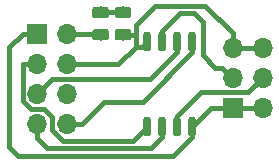
<source format=gbr>
G04 #@! TF.GenerationSoftware,KiCad,Pcbnew,5.1.2-1.fc30*
G04 #@! TF.CreationDate,2019-06-06T23:18:04+03:00*
G04 #@! TF.ProjectId,kicad_spi_nor_opi,6b696361-645f-4737-9069-5f6e6f725f6f,rev?*
G04 #@! TF.SameCoordinates,Original*
G04 #@! TF.FileFunction,Copper,L1,Top*
G04 #@! TF.FilePolarity,Positive*
%FSLAX46Y46*%
G04 Gerber Fmt 4.6, Leading zero omitted, Abs format (unit mm)*
G04 Created by KiCad (PCBNEW 5.1.2-1.fc30) date 2019-06-06 23:18:04*
%MOMM*%
%LPD*%
G04 APERTURE LIST*
%ADD10O,1.700000X1.700000*%
%ADD11R,1.700000X1.700000*%
%ADD12C,0.100000*%
%ADD13C,0.975000*%
%ADD14C,0.600000*%
%ADD15C,0.400000*%
G04 APERTURE END LIST*
D10*
X99060000Y-109220000D03*
X96520000Y-109220000D03*
X99060000Y-111760000D03*
X96520000Y-111760000D03*
X99060000Y-114300000D03*
D11*
X96520000Y-114300000D03*
D10*
X82534760Y-115676680D03*
X79994760Y-115676680D03*
X82534760Y-113136680D03*
X79994760Y-113136680D03*
X82534760Y-110596680D03*
X79994760Y-110596680D03*
X82534760Y-108056680D03*
D11*
X79994760Y-108056680D03*
D12*
G36*
X87729142Y-105764174D02*
G01*
X87752803Y-105767684D01*
X87776007Y-105773496D01*
X87798529Y-105781554D01*
X87820153Y-105791782D01*
X87840670Y-105804079D01*
X87859883Y-105818329D01*
X87877607Y-105834393D01*
X87893671Y-105852117D01*
X87907921Y-105871330D01*
X87920218Y-105891847D01*
X87930446Y-105913471D01*
X87938504Y-105935993D01*
X87944316Y-105959197D01*
X87947826Y-105982858D01*
X87949000Y-106006750D01*
X87949000Y-106494250D01*
X87947826Y-106518142D01*
X87944316Y-106541803D01*
X87938504Y-106565007D01*
X87930446Y-106587529D01*
X87920218Y-106609153D01*
X87907921Y-106629670D01*
X87893671Y-106648883D01*
X87877607Y-106666607D01*
X87859883Y-106682671D01*
X87840670Y-106696921D01*
X87820153Y-106709218D01*
X87798529Y-106719446D01*
X87776007Y-106727504D01*
X87752803Y-106733316D01*
X87729142Y-106736826D01*
X87705250Y-106738000D01*
X86792750Y-106738000D01*
X86768858Y-106736826D01*
X86745197Y-106733316D01*
X86721993Y-106727504D01*
X86699471Y-106719446D01*
X86677847Y-106709218D01*
X86657330Y-106696921D01*
X86638117Y-106682671D01*
X86620393Y-106666607D01*
X86604329Y-106648883D01*
X86590079Y-106629670D01*
X86577782Y-106609153D01*
X86567554Y-106587529D01*
X86559496Y-106565007D01*
X86553684Y-106541803D01*
X86550174Y-106518142D01*
X86549000Y-106494250D01*
X86549000Y-106006750D01*
X86550174Y-105982858D01*
X86553684Y-105959197D01*
X86559496Y-105935993D01*
X86567554Y-105913471D01*
X86577782Y-105891847D01*
X86590079Y-105871330D01*
X86604329Y-105852117D01*
X86620393Y-105834393D01*
X86638117Y-105818329D01*
X86657330Y-105804079D01*
X86677847Y-105791782D01*
X86699471Y-105781554D01*
X86721993Y-105773496D01*
X86745197Y-105767684D01*
X86768858Y-105764174D01*
X86792750Y-105763000D01*
X87705250Y-105763000D01*
X87729142Y-105764174D01*
X87729142Y-105764174D01*
G37*
D13*
X87249000Y-106250500D03*
D12*
G36*
X87729142Y-107639174D02*
G01*
X87752803Y-107642684D01*
X87776007Y-107648496D01*
X87798529Y-107656554D01*
X87820153Y-107666782D01*
X87840670Y-107679079D01*
X87859883Y-107693329D01*
X87877607Y-107709393D01*
X87893671Y-107727117D01*
X87907921Y-107746330D01*
X87920218Y-107766847D01*
X87930446Y-107788471D01*
X87938504Y-107810993D01*
X87944316Y-107834197D01*
X87947826Y-107857858D01*
X87949000Y-107881750D01*
X87949000Y-108369250D01*
X87947826Y-108393142D01*
X87944316Y-108416803D01*
X87938504Y-108440007D01*
X87930446Y-108462529D01*
X87920218Y-108484153D01*
X87907921Y-108504670D01*
X87893671Y-108523883D01*
X87877607Y-108541607D01*
X87859883Y-108557671D01*
X87840670Y-108571921D01*
X87820153Y-108584218D01*
X87798529Y-108594446D01*
X87776007Y-108602504D01*
X87752803Y-108608316D01*
X87729142Y-108611826D01*
X87705250Y-108613000D01*
X86792750Y-108613000D01*
X86768858Y-108611826D01*
X86745197Y-108608316D01*
X86721993Y-108602504D01*
X86699471Y-108594446D01*
X86677847Y-108584218D01*
X86657330Y-108571921D01*
X86638117Y-108557671D01*
X86620393Y-108541607D01*
X86604329Y-108523883D01*
X86590079Y-108504670D01*
X86577782Y-108484153D01*
X86567554Y-108462529D01*
X86559496Y-108440007D01*
X86553684Y-108416803D01*
X86550174Y-108393142D01*
X86549000Y-108369250D01*
X86549000Y-107881750D01*
X86550174Y-107857858D01*
X86553684Y-107834197D01*
X86559496Y-107810993D01*
X86567554Y-107788471D01*
X86577782Y-107766847D01*
X86590079Y-107746330D01*
X86604329Y-107727117D01*
X86620393Y-107709393D01*
X86638117Y-107693329D01*
X86657330Y-107679079D01*
X86677847Y-107666782D01*
X86699471Y-107656554D01*
X86721993Y-107648496D01*
X86745197Y-107642684D01*
X86768858Y-107639174D01*
X86792750Y-107638000D01*
X87705250Y-107638000D01*
X87729142Y-107639174D01*
X87729142Y-107639174D01*
G37*
D13*
X87249000Y-108125500D03*
D12*
G36*
X93255703Y-115112722D02*
G01*
X93270264Y-115114882D01*
X93284543Y-115118459D01*
X93298403Y-115123418D01*
X93311710Y-115129712D01*
X93324336Y-115137280D01*
X93336159Y-115146048D01*
X93347066Y-115155934D01*
X93356952Y-115166841D01*
X93365720Y-115178664D01*
X93373288Y-115191290D01*
X93379582Y-115204597D01*
X93384541Y-115218457D01*
X93388118Y-115232736D01*
X93390278Y-115247297D01*
X93391000Y-115262000D01*
X93391000Y-116562000D01*
X93390278Y-116576703D01*
X93388118Y-116591264D01*
X93384541Y-116605543D01*
X93379582Y-116619403D01*
X93373288Y-116632710D01*
X93365720Y-116645336D01*
X93356952Y-116657159D01*
X93347066Y-116668066D01*
X93336159Y-116677952D01*
X93324336Y-116686720D01*
X93311710Y-116694288D01*
X93298403Y-116700582D01*
X93284543Y-116705541D01*
X93270264Y-116709118D01*
X93255703Y-116711278D01*
X93241000Y-116712000D01*
X92941000Y-116712000D01*
X92926297Y-116711278D01*
X92911736Y-116709118D01*
X92897457Y-116705541D01*
X92883597Y-116700582D01*
X92870290Y-116694288D01*
X92857664Y-116686720D01*
X92845841Y-116677952D01*
X92834934Y-116668066D01*
X92825048Y-116657159D01*
X92816280Y-116645336D01*
X92808712Y-116632710D01*
X92802418Y-116619403D01*
X92797459Y-116605543D01*
X92793882Y-116591264D01*
X92791722Y-116576703D01*
X92791000Y-116562000D01*
X92791000Y-115262000D01*
X92791722Y-115247297D01*
X92793882Y-115232736D01*
X92797459Y-115218457D01*
X92802418Y-115204597D01*
X92808712Y-115191290D01*
X92816280Y-115178664D01*
X92825048Y-115166841D01*
X92834934Y-115155934D01*
X92845841Y-115146048D01*
X92857664Y-115137280D01*
X92870290Y-115129712D01*
X92883597Y-115123418D01*
X92897457Y-115118459D01*
X92911736Y-115114882D01*
X92926297Y-115112722D01*
X92941000Y-115112000D01*
X93241000Y-115112000D01*
X93255703Y-115112722D01*
X93255703Y-115112722D01*
G37*
D14*
X93091000Y-115912000D03*
D12*
G36*
X91985703Y-115112722D02*
G01*
X92000264Y-115114882D01*
X92014543Y-115118459D01*
X92028403Y-115123418D01*
X92041710Y-115129712D01*
X92054336Y-115137280D01*
X92066159Y-115146048D01*
X92077066Y-115155934D01*
X92086952Y-115166841D01*
X92095720Y-115178664D01*
X92103288Y-115191290D01*
X92109582Y-115204597D01*
X92114541Y-115218457D01*
X92118118Y-115232736D01*
X92120278Y-115247297D01*
X92121000Y-115262000D01*
X92121000Y-116562000D01*
X92120278Y-116576703D01*
X92118118Y-116591264D01*
X92114541Y-116605543D01*
X92109582Y-116619403D01*
X92103288Y-116632710D01*
X92095720Y-116645336D01*
X92086952Y-116657159D01*
X92077066Y-116668066D01*
X92066159Y-116677952D01*
X92054336Y-116686720D01*
X92041710Y-116694288D01*
X92028403Y-116700582D01*
X92014543Y-116705541D01*
X92000264Y-116709118D01*
X91985703Y-116711278D01*
X91971000Y-116712000D01*
X91671000Y-116712000D01*
X91656297Y-116711278D01*
X91641736Y-116709118D01*
X91627457Y-116705541D01*
X91613597Y-116700582D01*
X91600290Y-116694288D01*
X91587664Y-116686720D01*
X91575841Y-116677952D01*
X91564934Y-116668066D01*
X91555048Y-116657159D01*
X91546280Y-116645336D01*
X91538712Y-116632710D01*
X91532418Y-116619403D01*
X91527459Y-116605543D01*
X91523882Y-116591264D01*
X91521722Y-116576703D01*
X91521000Y-116562000D01*
X91521000Y-115262000D01*
X91521722Y-115247297D01*
X91523882Y-115232736D01*
X91527459Y-115218457D01*
X91532418Y-115204597D01*
X91538712Y-115191290D01*
X91546280Y-115178664D01*
X91555048Y-115166841D01*
X91564934Y-115155934D01*
X91575841Y-115146048D01*
X91587664Y-115137280D01*
X91600290Y-115129712D01*
X91613597Y-115123418D01*
X91627457Y-115118459D01*
X91641736Y-115114882D01*
X91656297Y-115112722D01*
X91671000Y-115112000D01*
X91971000Y-115112000D01*
X91985703Y-115112722D01*
X91985703Y-115112722D01*
G37*
D14*
X91821000Y-115912000D03*
D12*
G36*
X90715703Y-115112722D02*
G01*
X90730264Y-115114882D01*
X90744543Y-115118459D01*
X90758403Y-115123418D01*
X90771710Y-115129712D01*
X90784336Y-115137280D01*
X90796159Y-115146048D01*
X90807066Y-115155934D01*
X90816952Y-115166841D01*
X90825720Y-115178664D01*
X90833288Y-115191290D01*
X90839582Y-115204597D01*
X90844541Y-115218457D01*
X90848118Y-115232736D01*
X90850278Y-115247297D01*
X90851000Y-115262000D01*
X90851000Y-116562000D01*
X90850278Y-116576703D01*
X90848118Y-116591264D01*
X90844541Y-116605543D01*
X90839582Y-116619403D01*
X90833288Y-116632710D01*
X90825720Y-116645336D01*
X90816952Y-116657159D01*
X90807066Y-116668066D01*
X90796159Y-116677952D01*
X90784336Y-116686720D01*
X90771710Y-116694288D01*
X90758403Y-116700582D01*
X90744543Y-116705541D01*
X90730264Y-116709118D01*
X90715703Y-116711278D01*
X90701000Y-116712000D01*
X90401000Y-116712000D01*
X90386297Y-116711278D01*
X90371736Y-116709118D01*
X90357457Y-116705541D01*
X90343597Y-116700582D01*
X90330290Y-116694288D01*
X90317664Y-116686720D01*
X90305841Y-116677952D01*
X90294934Y-116668066D01*
X90285048Y-116657159D01*
X90276280Y-116645336D01*
X90268712Y-116632710D01*
X90262418Y-116619403D01*
X90257459Y-116605543D01*
X90253882Y-116591264D01*
X90251722Y-116576703D01*
X90251000Y-116562000D01*
X90251000Y-115262000D01*
X90251722Y-115247297D01*
X90253882Y-115232736D01*
X90257459Y-115218457D01*
X90262418Y-115204597D01*
X90268712Y-115191290D01*
X90276280Y-115178664D01*
X90285048Y-115166841D01*
X90294934Y-115155934D01*
X90305841Y-115146048D01*
X90317664Y-115137280D01*
X90330290Y-115129712D01*
X90343597Y-115123418D01*
X90357457Y-115118459D01*
X90371736Y-115114882D01*
X90386297Y-115112722D01*
X90401000Y-115112000D01*
X90701000Y-115112000D01*
X90715703Y-115112722D01*
X90715703Y-115112722D01*
G37*
D14*
X90551000Y-115912000D03*
D12*
G36*
X89445703Y-115112722D02*
G01*
X89460264Y-115114882D01*
X89474543Y-115118459D01*
X89488403Y-115123418D01*
X89501710Y-115129712D01*
X89514336Y-115137280D01*
X89526159Y-115146048D01*
X89537066Y-115155934D01*
X89546952Y-115166841D01*
X89555720Y-115178664D01*
X89563288Y-115191290D01*
X89569582Y-115204597D01*
X89574541Y-115218457D01*
X89578118Y-115232736D01*
X89580278Y-115247297D01*
X89581000Y-115262000D01*
X89581000Y-116562000D01*
X89580278Y-116576703D01*
X89578118Y-116591264D01*
X89574541Y-116605543D01*
X89569582Y-116619403D01*
X89563288Y-116632710D01*
X89555720Y-116645336D01*
X89546952Y-116657159D01*
X89537066Y-116668066D01*
X89526159Y-116677952D01*
X89514336Y-116686720D01*
X89501710Y-116694288D01*
X89488403Y-116700582D01*
X89474543Y-116705541D01*
X89460264Y-116709118D01*
X89445703Y-116711278D01*
X89431000Y-116712000D01*
X89131000Y-116712000D01*
X89116297Y-116711278D01*
X89101736Y-116709118D01*
X89087457Y-116705541D01*
X89073597Y-116700582D01*
X89060290Y-116694288D01*
X89047664Y-116686720D01*
X89035841Y-116677952D01*
X89024934Y-116668066D01*
X89015048Y-116657159D01*
X89006280Y-116645336D01*
X88998712Y-116632710D01*
X88992418Y-116619403D01*
X88987459Y-116605543D01*
X88983882Y-116591264D01*
X88981722Y-116576703D01*
X88981000Y-116562000D01*
X88981000Y-115262000D01*
X88981722Y-115247297D01*
X88983882Y-115232736D01*
X88987459Y-115218457D01*
X88992418Y-115204597D01*
X88998712Y-115191290D01*
X89006280Y-115178664D01*
X89015048Y-115166841D01*
X89024934Y-115155934D01*
X89035841Y-115146048D01*
X89047664Y-115137280D01*
X89060290Y-115129712D01*
X89073597Y-115123418D01*
X89087457Y-115118459D01*
X89101736Y-115114882D01*
X89116297Y-115112722D01*
X89131000Y-115112000D01*
X89431000Y-115112000D01*
X89445703Y-115112722D01*
X89445703Y-115112722D01*
G37*
D14*
X89281000Y-115912000D03*
D12*
G36*
X89445703Y-107912722D02*
G01*
X89460264Y-107914882D01*
X89474543Y-107918459D01*
X89488403Y-107923418D01*
X89501710Y-107929712D01*
X89514336Y-107937280D01*
X89526159Y-107946048D01*
X89537066Y-107955934D01*
X89546952Y-107966841D01*
X89555720Y-107978664D01*
X89563288Y-107991290D01*
X89569582Y-108004597D01*
X89574541Y-108018457D01*
X89578118Y-108032736D01*
X89580278Y-108047297D01*
X89581000Y-108062000D01*
X89581000Y-109362000D01*
X89580278Y-109376703D01*
X89578118Y-109391264D01*
X89574541Y-109405543D01*
X89569582Y-109419403D01*
X89563288Y-109432710D01*
X89555720Y-109445336D01*
X89546952Y-109457159D01*
X89537066Y-109468066D01*
X89526159Y-109477952D01*
X89514336Y-109486720D01*
X89501710Y-109494288D01*
X89488403Y-109500582D01*
X89474543Y-109505541D01*
X89460264Y-109509118D01*
X89445703Y-109511278D01*
X89431000Y-109512000D01*
X89131000Y-109512000D01*
X89116297Y-109511278D01*
X89101736Y-109509118D01*
X89087457Y-109505541D01*
X89073597Y-109500582D01*
X89060290Y-109494288D01*
X89047664Y-109486720D01*
X89035841Y-109477952D01*
X89024934Y-109468066D01*
X89015048Y-109457159D01*
X89006280Y-109445336D01*
X88998712Y-109432710D01*
X88992418Y-109419403D01*
X88987459Y-109405543D01*
X88983882Y-109391264D01*
X88981722Y-109376703D01*
X88981000Y-109362000D01*
X88981000Y-108062000D01*
X88981722Y-108047297D01*
X88983882Y-108032736D01*
X88987459Y-108018457D01*
X88992418Y-108004597D01*
X88998712Y-107991290D01*
X89006280Y-107978664D01*
X89015048Y-107966841D01*
X89024934Y-107955934D01*
X89035841Y-107946048D01*
X89047664Y-107937280D01*
X89060290Y-107929712D01*
X89073597Y-107923418D01*
X89087457Y-107918459D01*
X89101736Y-107914882D01*
X89116297Y-107912722D01*
X89131000Y-107912000D01*
X89431000Y-107912000D01*
X89445703Y-107912722D01*
X89445703Y-107912722D01*
G37*
D14*
X89281000Y-108712000D03*
D12*
G36*
X90715703Y-107912722D02*
G01*
X90730264Y-107914882D01*
X90744543Y-107918459D01*
X90758403Y-107923418D01*
X90771710Y-107929712D01*
X90784336Y-107937280D01*
X90796159Y-107946048D01*
X90807066Y-107955934D01*
X90816952Y-107966841D01*
X90825720Y-107978664D01*
X90833288Y-107991290D01*
X90839582Y-108004597D01*
X90844541Y-108018457D01*
X90848118Y-108032736D01*
X90850278Y-108047297D01*
X90851000Y-108062000D01*
X90851000Y-109362000D01*
X90850278Y-109376703D01*
X90848118Y-109391264D01*
X90844541Y-109405543D01*
X90839582Y-109419403D01*
X90833288Y-109432710D01*
X90825720Y-109445336D01*
X90816952Y-109457159D01*
X90807066Y-109468066D01*
X90796159Y-109477952D01*
X90784336Y-109486720D01*
X90771710Y-109494288D01*
X90758403Y-109500582D01*
X90744543Y-109505541D01*
X90730264Y-109509118D01*
X90715703Y-109511278D01*
X90701000Y-109512000D01*
X90401000Y-109512000D01*
X90386297Y-109511278D01*
X90371736Y-109509118D01*
X90357457Y-109505541D01*
X90343597Y-109500582D01*
X90330290Y-109494288D01*
X90317664Y-109486720D01*
X90305841Y-109477952D01*
X90294934Y-109468066D01*
X90285048Y-109457159D01*
X90276280Y-109445336D01*
X90268712Y-109432710D01*
X90262418Y-109419403D01*
X90257459Y-109405543D01*
X90253882Y-109391264D01*
X90251722Y-109376703D01*
X90251000Y-109362000D01*
X90251000Y-108062000D01*
X90251722Y-108047297D01*
X90253882Y-108032736D01*
X90257459Y-108018457D01*
X90262418Y-108004597D01*
X90268712Y-107991290D01*
X90276280Y-107978664D01*
X90285048Y-107966841D01*
X90294934Y-107955934D01*
X90305841Y-107946048D01*
X90317664Y-107937280D01*
X90330290Y-107929712D01*
X90343597Y-107923418D01*
X90357457Y-107918459D01*
X90371736Y-107914882D01*
X90386297Y-107912722D01*
X90401000Y-107912000D01*
X90701000Y-107912000D01*
X90715703Y-107912722D01*
X90715703Y-107912722D01*
G37*
D14*
X90551000Y-108712000D03*
D12*
G36*
X91985703Y-107912722D02*
G01*
X92000264Y-107914882D01*
X92014543Y-107918459D01*
X92028403Y-107923418D01*
X92041710Y-107929712D01*
X92054336Y-107937280D01*
X92066159Y-107946048D01*
X92077066Y-107955934D01*
X92086952Y-107966841D01*
X92095720Y-107978664D01*
X92103288Y-107991290D01*
X92109582Y-108004597D01*
X92114541Y-108018457D01*
X92118118Y-108032736D01*
X92120278Y-108047297D01*
X92121000Y-108062000D01*
X92121000Y-109362000D01*
X92120278Y-109376703D01*
X92118118Y-109391264D01*
X92114541Y-109405543D01*
X92109582Y-109419403D01*
X92103288Y-109432710D01*
X92095720Y-109445336D01*
X92086952Y-109457159D01*
X92077066Y-109468066D01*
X92066159Y-109477952D01*
X92054336Y-109486720D01*
X92041710Y-109494288D01*
X92028403Y-109500582D01*
X92014543Y-109505541D01*
X92000264Y-109509118D01*
X91985703Y-109511278D01*
X91971000Y-109512000D01*
X91671000Y-109512000D01*
X91656297Y-109511278D01*
X91641736Y-109509118D01*
X91627457Y-109505541D01*
X91613597Y-109500582D01*
X91600290Y-109494288D01*
X91587664Y-109486720D01*
X91575841Y-109477952D01*
X91564934Y-109468066D01*
X91555048Y-109457159D01*
X91546280Y-109445336D01*
X91538712Y-109432710D01*
X91532418Y-109419403D01*
X91527459Y-109405543D01*
X91523882Y-109391264D01*
X91521722Y-109376703D01*
X91521000Y-109362000D01*
X91521000Y-108062000D01*
X91521722Y-108047297D01*
X91523882Y-108032736D01*
X91527459Y-108018457D01*
X91532418Y-108004597D01*
X91538712Y-107991290D01*
X91546280Y-107978664D01*
X91555048Y-107966841D01*
X91564934Y-107955934D01*
X91575841Y-107946048D01*
X91587664Y-107937280D01*
X91600290Y-107929712D01*
X91613597Y-107923418D01*
X91627457Y-107918459D01*
X91641736Y-107914882D01*
X91656297Y-107912722D01*
X91671000Y-107912000D01*
X91971000Y-107912000D01*
X91985703Y-107912722D01*
X91985703Y-107912722D01*
G37*
D14*
X91821000Y-108712000D03*
D12*
G36*
X93255703Y-107912722D02*
G01*
X93270264Y-107914882D01*
X93284543Y-107918459D01*
X93298403Y-107923418D01*
X93311710Y-107929712D01*
X93324336Y-107937280D01*
X93336159Y-107946048D01*
X93347066Y-107955934D01*
X93356952Y-107966841D01*
X93365720Y-107978664D01*
X93373288Y-107991290D01*
X93379582Y-108004597D01*
X93384541Y-108018457D01*
X93388118Y-108032736D01*
X93390278Y-108047297D01*
X93391000Y-108062000D01*
X93391000Y-109362000D01*
X93390278Y-109376703D01*
X93388118Y-109391264D01*
X93384541Y-109405543D01*
X93379582Y-109419403D01*
X93373288Y-109432710D01*
X93365720Y-109445336D01*
X93356952Y-109457159D01*
X93347066Y-109468066D01*
X93336159Y-109477952D01*
X93324336Y-109486720D01*
X93311710Y-109494288D01*
X93298403Y-109500582D01*
X93284543Y-109505541D01*
X93270264Y-109509118D01*
X93255703Y-109511278D01*
X93241000Y-109512000D01*
X92941000Y-109512000D01*
X92926297Y-109511278D01*
X92911736Y-109509118D01*
X92897457Y-109505541D01*
X92883597Y-109500582D01*
X92870290Y-109494288D01*
X92857664Y-109486720D01*
X92845841Y-109477952D01*
X92834934Y-109468066D01*
X92825048Y-109457159D01*
X92816280Y-109445336D01*
X92808712Y-109432710D01*
X92802418Y-109419403D01*
X92797459Y-109405543D01*
X92793882Y-109391264D01*
X92791722Y-109376703D01*
X92791000Y-109362000D01*
X92791000Y-108062000D01*
X92791722Y-108047297D01*
X92793882Y-108032736D01*
X92797459Y-108018457D01*
X92802418Y-108004597D01*
X92808712Y-107991290D01*
X92816280Y-107978664D01*
X92825048Y-107966841D01*
X92834934Y-107955934D01*
X92845841Y-107946048D01*
X92857664Y-107937280D01*
X92870290Y-107929712D01*
X92883597Y-107923418D01*
X92897457Y-107918459D01*
X92911736Y-107914882D01*
X92926297Y-107912722D01*
X92941000Y-107912000D01*
X93241000Y-107912000D01*
X93255703Y-107912722D01*
X93255703Y-107912722D01*
G37*
D14*
X93091000Y-108712000D03*
D12*
G36*
X85824142Y-107639174D02*
G01*
X85847803Y-107642684D01*
X85871007Y-107648496D01*
X85893529Y-107656554D01*
X85915153Y-107666782D01*
X85935670Y-107679079D01*
X85954883Y-107693329D01*
X85972607Y-107709393D01*
X85988671Y-107727117D01*
X86002921Y-107746330D01*
X86015218Y-107766847D01*
X86025446Y-107788471D01*
X86033504Y-107810993D01*
X86039316Y-107834197D01*
X86042826Y-107857858D01*
X86044000Y-107881750D01*
X86044000Y-108369250D01*
X86042826Y-108393142D01*
X86039316Y-108416803D01*
X86033504Y-108440007D01*
X86025446Y-108462529D01*
X86015218Y-108484153D01*
X86002921Y-108504670D01*
X85988671Y-108523883D01*
X85972607Y-108541607D01*
X85954883Y-108557671D01*
X85935670Y-108571921D01*
X85915153Y-108584218D01*
X85893529Y-108594446D01*
X85871007Y-108602504D01*
X85847803Y-108608316D01*
X85824142Y-108611826D01*
X85800250Y-108613000D01*
X84887750Y-108613000D01*
X84863858Y-108611826D01*
X84840197Y-108608316D01*
X84816993Y-108602504D01*
X84794471Y-108594446D01*
X84772847Y-108584218D01*
X84752330Y-108571921D01*
X84733117Y-108557671D01*
X84715393Y-108541607D01*
X84699329Y-108523883D01*
X84685079Y-108504670D01*
X84672782Y-108484153D01*
X84662554Y-108462529D01*
X84654496Y-108440007D01*
X84648684Y-108416803D01*
X84645174Y-108393142D01*
X84644000Y-108369250D01*
X84644000Y-107881750D01*
X84645174Y-107857858D01*
X84648684Y-107834197D01*
X84654496Y-107810993D01*
X84662554Y-107788471D01*
X84672782Y-107766847D01*
X84685079Y-107746330D01*
X84699329Y-107727117D01*
X84715393Y-107709393D01*
X84733117Y-107693329D01*
X84752330Y-107679079D01*
X84772847Y-107666782D01*
X84794471Y-107656554D01*
X84816993Y-107648496D01*
X84840197Y-107642684D01*
X84863858Y-107639174D01*
X84887750Y-107638000D01*
X85800250Y-107638000D01*
X85824142Y-107639174D01*
X85824142Y-107639174D01*
G37*
D13*
X85344000Y-108125500D03*
D12*
G36*
X85824142Y-105764174D02*
G01*
X85847803Y-105767684D01*
X85871007Y-105773496D01*
X85893529Y-105781554D01*
X85915153Y-105791782D01*
X85935670Y-105804079D01*
X85954883Y-105818329D01*
X85972607Y-105834393D01*
X85988671Y-105852117D01*
X86002921Y-105871330D01*
X86015218Y-105891847D01*
X86025446Y-105913471D01*
X86033504Y-105935993D01*
X86039316Y-105959197D01*
X86042826Y-105982858D01*
X86044000Y-106006750D01*
X86044000Y-106494250D01*
X86042826Y-106518142D01*
X86039316Y-106541803D01*
X86033504Y-106565007D01*
X86025446Y-106587529D01*
X86015218Y-106609153D01*
X86002921Y-106629670D01*
X85988671Y-106648883D01*
X85972607Y-106666607D01*
X85954883Y-106682671D01*
X85935670Y-106696921D01*
X85915153Y-106709218D01*
X85893529Y-106719446D01*
X85871007Y-106727504D01*
X85847803Y-106733316D01*
X85824142Y-106736826D01*
X85800250Y-106738000D01*
X84887750Y-106738000D01*
X84863858Y-106736826D01*
X84840197Y-106733316D01*
X84816993Y-106727504D01*
X84794471Y-106719446D01*
X84772847Y-106709218D01*
X84752330Y-106696921D01*
X84733117Y-106682671D01*
X84715393Y-106666607D01*
X84699329Y-106648883D01*
X84685079Y-106629670D01*
X84672782Y-106609153D01*
X84662554Y-106587529D01*
X84654496Y-106565007D01*
X84648684Y-106541803D01*
X84645174Y-106518142D01*
X84644000Y-106494250D01*
X84644000Y-106006750D01*
X84645174Y-105982858D01*
X84648684Y-105959197D01*
X84654496Y-105935993D01*
X84662554Y-105913471D01*
X84672782Y-105891847D01*
X84685079Y-105871330D01*
X84699329Y-105852117D01*
X84715393Y-105834393D01*
X84733117Y-105818329D01*
X84752330Y-105804079D01*
X84772847Y-105791782D01*
X84794471Y-105781554D01*
X84816993Y-105773496D01*
X84840197Y-105767684D01*
X84863858Y-105764174D01*
X84887750Y-105763000D01*
X85800250Y-105763000D01*
X85824142Y-105764174D01*
X85824142Y-105764174D01*
G37*
D13*
X85344000Y-106250500D03*
D15*
X84836000Y-106250500D02*
X86868000Y-106250500D01*
X83736841Y-110596680D02*
X82534760Y-110596680D01*
X86860400Y-110596680D02*
X83736841Y-110596680D01*
X88310720Y-109146360D02*
X86860400Y-110596680D01*
X88310720Y-108246360D02*
X88310720Y-109146360D01*
X88189860Y-108125500D02*
X88310720Y-108246360D01*
X86868000Y-108125500D02*
X88189860Y-108125500D01*
X96520000Y-109220000D02*
X99060000Y-109220000D01*
X88846640Y-109146360D02*
X89281000Y-108712000D01*
X88310720Y-109146360D02*
X88846640Y-109146360D01*
X96520000Y-108017919D02*
X94201071Y-105698990D01*
X88310720Y-107346360D02*
X88310720Y-108246360D01*
X96520000Y-109220000D02*
X96520000Y-108017919D01*
X89958090Y-105698990D02*
X88310720Y-107346360D01*
X94201071Y-105698990D02*
X89958090Y-105698990D01*
X88911000Y-113792000D02*
X93091000Y-109612000D01*
X93091000Y-109612000D02*
X93091000Y-108712000D01*
X85621521Y-113792000D02*
X88911000Y-113792000D01*
X83736841Y-115676680D02*
X85621521Y-113792000D01*
X82534760Y-115676680D02*
X83736841Y-115676680D01*
X90551000Y-116812000D02*
X90551000Y-115912000D01*
X89634000Y-117729000D02*
X90551000Y-116812000D01*
X80844999Y-117729000D02*
X89634000Y-117729000D01*
X79994760Y-116878761D02*
X80844999Y-117729000D01*
X79994760Y-115676680D02*
X79994760Y-116878761D01*
X89546321Y-111886679D02*
X81244761Y-111886679D01*
X81244761Y-111886679D02*
X79994760Y-113136680D01*
X91821000Y-109612000D02*
X89546321Y-111886679D01*
X91821000Y-108712000D02*
X91821000Y-109612000D01*
X88099000Y-117094000D02*
X89281000Y-115912000D01*
X81244761Y-115076679D02*
X81244761Y-116169761D01*
X80594761Y-114426679D02*
X81244761Y-115076679D01*
X82169000Y-117094000D02*
X88099000Y-117094000D01*
X81244761Y-116169761D02*
X82169000Y-117094000D01*
X79994760Y-110596680D02*
X78792679Y-110596680D01*
X79434757Y-114426679D02*
X80594761Y-114426679D01*
X78740000Y-110649359D02*
X78740000Y-111623482D01*
X78740000Y-111623482D02*
X78744759Y-111628241D01*
X78744759Y-111628241D02*
X78744759Y-113736681D01*
X78792679Y-110596680D02*
X78740000Y-110649359D01*
X78744759Y-113736681D02*
X79434757Y-114426679D01*
X84767180Y-108056680D02*
X84836000Y-108125500D01*
X82534760Y-108056680D02*
X84767180Y-108056680D01*
X96520000Y-114300000D02*
X99060000Y-114300000D01*
X79994760Y-108056680D02*
X78744760Y-108056680D01*
X93091000Y-116812000D02*
X93091000Y-115912000D01*
X78744760Y-108056680D02*
X77597000Y-109204440D01*
X77597000Y-117602000D02*
X78376009Y-118381009D01*
X78376009Y-118381009D02*
X91521991Y-118381009D01*
X77597000Y-109204440D02*
X77597000Y-117602000D01*
X91521991Y-118381009D02*
X93091000Y-116812000D01*
X94703000Y-114300000D02*
X93091000Y-115912000D01*
X96520000Y-114300000D02*
X94703000Y-114300000D01*
X91821000Y-115012000D02*
X91821000Y-115912000D01*
X93822999Y-113010001D02*
X91821000Y-115012000D01*
X97809999Y-113010001D02*
X93822999Y-113010001D01*
X99060000Y-111760000D02*
X97809999Y-113010001D01*
X93980000Y-109855000D02*
X95035001Y-110910001D01*
X95035001Y-110910001D02*
X95670001Y-110910001D01*
X90551000Y-107812000D02*
X92064000Y-106299000D01*
X90551000Y-108712000D02*
X90551000Y-107812000D01*
X92064000Y-106299000D02*
X93218000Y-106299000D01*
X95670001Y-110910001D02*
X96520000Y-111760000D01*
X93980000Y-107061000D02*
X93980000Y-109855000D01*
X93218000Y-106299000D02*
X93980000Y-107061000D01*
M02*

</source>
